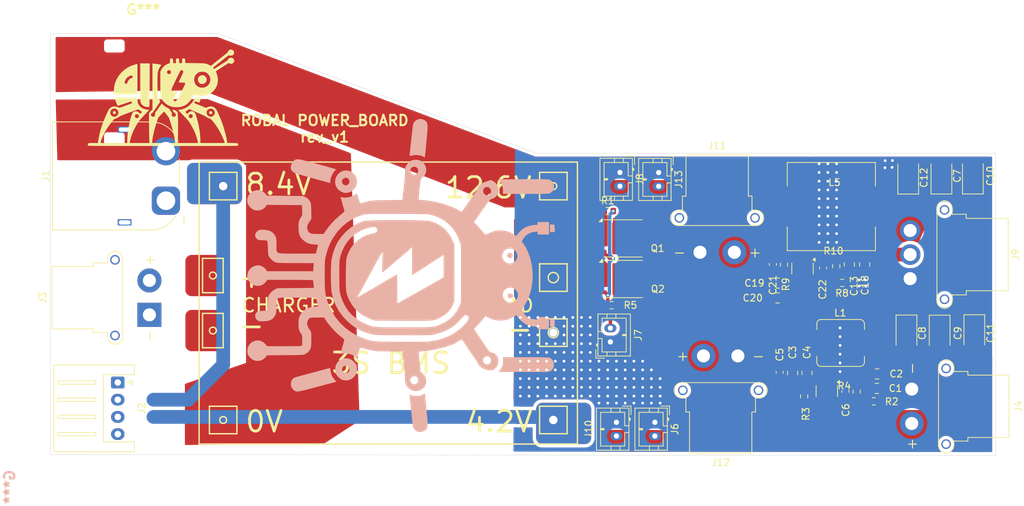
<source format=kicad_pcb>
(kicad_pcb (version 20240108) (generator "pcbnew") (generator_version "8.0")
  (layers (0 "F.Cu" signal) (31 "B.Cu" signal) (34 "B.Paste" user) (35 "F.Paste" user) (36 "B.SilkS" user "B.Silkscreen") (37 "F.SilkS" user "F.Silkscreen") (38 "B.Mask" user) (39 "F.Mask" user) (44 "Edge.Cuts" user))
  (net 0 "")
  (net 1 "GND")
  (net 2 "+3.3V")
  (net 3 "VCC")
  (net 4 "Net-(IC1-VBST)")
  (net 5 "Net-(IC1-VFB)")
  (net 6 "Net-(IC1-EN)")
  (net 7 "Net-(J1-Pin_2)")
  (net 8 "Net-(J3-Pin_1)")
  (net 9 "Net-(J2-Pin_3)")
  (net 10 "Net-(J2-Pin_2)")
  (net 11 "Net-(J1-Pin_1)")
  (net 12 "Net-(J3-Pin_2)")
  (net 13 "+5V")
  (net 16 "Net-(Q1-S)")
  (net 17 "Net-(Q1-G)")
  (net 18 "Net-(J7-Pin_2)")
  (net 19 "Net-(IC2-VBST)")
  (net 20 "Net-(IC2-EN)")
  (net 21 "Net-(IC2-VFB)")
  (net 22 "SW_3")
  (net 23 "SW_5")
  (footprint "Inductor_SMD:L_Bourns_SRP7028A_7.3x6.6mm" (layer "F.Cu") (at 175.3365 94.6335 180)
    (property "Reference" "L1")
    (property "Value" "2.2uH" (hide yes))
  )
  (footprint "Connector_AMASS:AMASS_XT30PW-F_1x02_P2.50mm_Horizontal" (layer "F.Cu") (at 154.892 81.454)
    (property "Reference" "J11")
    (property "Value" "SD_1")
  )
  (footprint "Inductor_SMD:L_SXN_SMDRI125" (layer "F.Cu") (at 173.99 74.806 180)
    (property "Reference" "L5")
    (property "Value" "3.3uH" (hide yes))
  )
  (footprint "Package_TO_SOT_SMD:SOT-23-6" (layer "F.Cu") (at 169.796 83.8175 -90)
    (property "Reference" "IC2" (hide yes))
    (property "Value" "TPS563201DDCR" (hide yes))
  )
  (footprint "Package_DFN_QFN:DFN5X6_AON6403" (layer "F.Cu") (at 143.764 85.344)
    (property "Reference" "Q2")
    (property "Value" "Q_PMOS_GDS")
  )
  (footprint "Package_TO_SOT_SMD:SOT-23-6" (layer "F.Cu") (at 173.3365 101.6335 -90)
    (property "Reference" "IC1" (hide yes))
    (property "Value" "TPS563201DDCR" (hide yes))
  )
  (footprint "Capacitor_Tantalum_SMD:CP_EIA-3528-21_Kemet-B_Pad1.50x2.35mm_HandSolder" (layer "F.Cu") (at 184.912 93.218 -90)
    (property "Reference" "C8")
    (property "Value" "47uF")
  )
  (footprint "Capacitor_SMD:C_0603_1608Metric" (layer "F.Cu") (at 172.796 83.73 -90)
    (property "Reference" "C22")
    (property "Value" "0.1uF" (hide yes))
  )
  (footprint "Capacitor_SMD:C_0603_1608Metric" (layer "F.Cu") (at 166.4785 98.9145 90)
    (property "Reference" "C5")
    (property "Value" "0.1uF" (hide yes))
  )
  (footprint "Capacitor_SMD:C_0603_1608Metric" (layer "F.Cu") (at 176.034251 101.694374 -90)
    (property "Reference" "C6")
    (property "Value" "0.1uF" (hide yes))
  )
  (footprint "Connector_JST:JST_PH_B2B-PH-K_1x02_P2.00mm_Vertical" (layer "F.Cu") (at 141.862326 94.486718 90)
    (property "Reference" "J7")
    (property "Value" "switch")
  )
  (footprint "Capacitor_SMD:C_0805_2012Metric" (layer "F.Cu") (at 168.360356 99.010673 90)
    (property "Reference" "C3")
    (property "Value" "10uF" (hide yes))
  )
  (footprint "Capacitor_Tantalum_SMD:CP_EIA-3528-21_Kemet-B_Pad1.50x2.35mm_HandSolder" (layer "F.Cu") (at 194.772795 93.17292 -90)
    (property "Reference" "C11")
    (property "Value" "47uF")
  )
  (footprint "Resistor_SMD:R_0603_1608Metric" (layer "F.Cu") (at 167.104383 83.256766 90)
    (property "Reference" "R9")
    (property "Value" "10kR" (hide yes))
  )
  (footprint "Capacitor_Tantalum_SMD:CP_EIA-3528-21_Kemet-B_Pad1.50x2.35mm_HandSolder" (layer "F.Cu") (at 185.166 70.358 90)
    (property "Reference" "C12")
    (property "Value" "47uF")
  )
  (footprint "3S_BMS:3S_BMS" (layer "F.Cu") (at 109.574 88.836)
    (property "Reference" "U1")
    (property "Value" "~")
  )
  (footprint "Resistor_SMD:R_0603_1608Metric" (layer "F.Cu") (at 141.456859 75.465502)
    (property "Reference" "R1")
    (property "Value" "10K")
  )
  (footprint "Connector_AMASS:AMASS_XT30PW-F_1x02_P2.50mm_Horizontal" (layer "F.Cu") (at 185.674 101.346 -90)
    (property "Reference" "J4")
    (property "Value" "SENSOR_BOARD")
  )
  (footprint "Capacitor_SMD:C_0805_2012Metric" (layer "F.Cu") (at 178.836324 83.227687 90)
    (property "Reference" "C18")
    (property "Value" "22uF" (hide yes))
  )
  (footprint "Capacitor_Tantalum_SMD:CP_EIA-3528-21_Kemet-B_Pad1.50x2.35mm_HandSolder" (layer "F.Cu") (at 189.738 93.236563 -90)
    (property "Reference" "C9")
    (property "Value" "47uF")
  )
  (footprint "Connector_JST:JST_PH_B2B-PH-K_1x02_P2.00mm_Vertical" (layer "F.Cu") (at 148.886 69.866 -90)
    (property "Reference" "J13")
    (property "Value" "bat_out")
  )
  (footprint "Capacitor_SMD:C_0603_1608Metric" (layer "F.Cu") (at 165.492377 83.211287 -90)
    (property "Reference" "C21")
    (property "Value" "0.1uF" (hide yes))
  )
  (footprint "Capacitor_Tantalum_SMD:CP_EIA-3528-21_Kemet-B_Pad1.50x2.35mm_HandSolder" (layer "F.Cu") (at 194.564 70.339266 90)
    (property "Reference" "C10")
    (property "Value" "47uF")
  )
  (footprint "Connector_AMASS:AMASS_XT60PW-M_1x02_P7.20mm_Horizontal" (layer "F.Cu") (at 77.254 73.958 90)
    (property "Reference" "J1")
    (property "Value" "batt")
  )
  (footprint "Resistor_SMD:R_0603_1608Metric" (layer "F.Cu") (at 142.049 89.154)
    (property "Reference" "R5")
    (property "Value" "1K")
  )
  (footprint "Resistor_SMD:R_0603_1608Metric" (layer "F.Cu") (at 175.564355 85.902888 180)
    (property "Reference" "R8")
    (property "Value" "10kR" (hide yes))
  )
  (footprint "Connector_JST:JST_PH_B2B-PH-K_1x02_P2.00mm_Vertical" (layer "F.Cu") (at 148.336 106.172 -90)
    (property "Reference" "J6")
    (property "Value" "bat_out")
  )
  (footprint "Connector_AMASS:AMASS_XT30PW-F_1x02_P2.50mm_Horizontal" (layer "F.Cu") (at 160.4 96.52 180)
    (property "Reference" "J12")
    (property "Value" "SD_2")
  )
  (footprint "Package_DFN_QFN:DFN5X6_AON6403" (layer "F.Cu") (at 143.7265 79.439)
    (property "Reference" "Q1")
    (property "Value" "Q_PMOS_GDS")
  )
  (footprint "Connector_JST:JST_XH_S4B-XH-A_1x04_P2.50mm_Horizontal" (layer "F.Cu") (at 70.252 100.39 -90)
    (property "Reference" "J2")
    (property "Value" "batt_jst")
  )
  (footprint "Connector_JST:JST_PH_B2B-PH-K_1x02_P2.00mm_Vertical" (layer "F.Cu") (at 142.748 106.172 -90)
    (property "Reference" "J10")
    (property "Value" "bat_indicator")
  )
  (footprint "Capacitor_SMD:C_0805_2012Metric" (layer "F.Cu") (at 176.600205 83.226472 90)
    (property "Reference" "C13")
    (property "Value" "22uF" (hide yes))
  )
  (footprint "Capacitor_SMD:C_0805_2012Metric" (layer "F.Cu") (at 180.60244 101.235482 180)
    (property "Reference" "C1")
    (property "Value" "22uF" (hide yes))
  )
  (footprint "Capacitor_SMD:C_0805_2012Metric" (layer "F.Cu") (at 170.443 98.995307 90)
    (property "Reference" "C4")
    (property "Value" "10uF" (hide yes))
  )
  (footprint "LOGO" (layer "F.Cu") (at 76.962 59.182)
    (property "Reference" "G***")
    (property "Value" "LOGO" (hide yes))
  )
  (footprint "Connector_JST:JST_PH_B2B-PH-K_1x02_P2.00mm_Vertical" (layer "F.Cu") (at 143.256 69.85 -90)
    (property "Reference" "J8")
    (property "Value" "bat_out")
  )
  (footprint "Resistor_SMD:R_0603_1608Metric" (layer "F.Cu") (at 174.700854 83.486497 90)
    (property "Reference" "R10")
    (property "Value" "54.9kR" (hide yes))
  )
  (footprint "Capacitor_SMD:C_0805_2012Metric" (layer "F.Cu") (at 166.178257 88.094977)
    (property "Reference" "C20")
    (property "Value" "10uF" (hide yes))
  )
  (footprint "Connector_AMASS:AMASS_XT30PW-F_1x02_P2.50mm_Horizontal" (layer "F.Cu") (at 74.85 90.55 90)
    (property "Reference" "J3")
    (property "Value" "charger")
  )
  (footprint "Connector_AMASS:AMASS_MR30PW-FB_1x03_P3.50mm_Horizontal" (layer "F.Cu") (at 185.445 85.288 -90)
    (property "Reference" "J9")
    (property "Value" "Conn_01x03_Socket" (hide yes))
  )
  (footprint "Resistor_SMD:R_0603_1608Metric" (layer "F.Cu") (at 170.0345 102.4075 90)
    (property "Reference" "R3")
    (property "Value" "10kR" (hide yes))
  )
  (footprint "Capacitor_SMD:C_0805_2012Metric" (layer "F.Cu") (at 180.637739 99.135168 180)
    (property "Reference" "C2")
    (property "Value" "22uF" (hide yes))
  )
  (footprint "Resistor_SMD:R_0603_1608Metric" (layer "F.Cu") (at 177.675673 101.712024 90)
    (property "Reference" "R4")
    (property "Value" "33.2kR" (hide yes))
  )
  (footprint "Capacitor_SMD:C_0805_2012Metric" (layer "F.Cu") (at 166.204082 85.937654)
    (property "Reference" "C19")
    (property "Value" "10uF" (hide yes))
  )
  (footprint "Resistor_SMD:R_0603_1608Metric" (layer "F.Cu") (at 180.149 103.124 180)
    (property "Reference" "R2")
    (property "Value" "10kR" (hide yes))
  )
  (footprint "Capacitor_Tantalum_SMD:CP_EIA-3528-21_Kemet-B_Pad1.50x2.35mm_HandSolder" (layer "F.Cu") (at 189.992 70.351614 90)
    (property "Reference" "C7")
    (property "Value" "47uF")
  )
  (footprint "LOGO" (layer "B.Cu") (at 111.506 84.836 90)
    (property "Reference" "G***")
    (property "Value" "LOGO" (hide yes))
  )
  (gr_line (start 60.452 49.657) (end 84.836 49.657) (stroke (width 0.05)) (layer "Edge.Cuts"))
  (gr_line (start 197.866 67.056) (end 131.064 67.056) (stroke (width 0.05)) (layer "Edge.Cuts"))
  (gr_line (start 197.866 110.998) (end 60.452 110.871) (stroke (width 0.05)) (layer "Edge.Cuts"))
  (gr_line (start 60.452 110.871) (end 60.452 49.657) (stroke (width 0.05)) (layer "Edge.Cuts"))
  (gr_line (start 84.836 49.657) (end 131.064 67.056) (stroke (width 0.05)) (layer "Edge.Cuts"))
  (gr_line (start 197.866 110.998) (end 197.866 67.056) (stroke (width 0.05)) (layer "Edge.Cuts"))
  (gr_text "ROBAL POWER_BOARD\nrev_v1" (at 100.33 63.5 0) (layer "F.SilkS") (effects (font (size 1.5 1.5) (thickness 0.3) (bold yes))))
  (segment (start 167.154082 85.937654) (end 167.154082 85.647992) (width 0.5) (layer "F.Cu") (net 1))
  (segment (start 167.154082 85.647992) (end 165.492377 83.986287) (width 0.5) (layer "F.Cu") (net 1))
  (via (at 132.588 96.012) (size 0.8) (drill 0.4) (layers "F.Cu" "B.Cu") (net 1))
  (via (at 137.668 101.092) (size 0.8) (drill 0.4) (layers "F.Cu" "B.Cu") (net 1))
  (via (at 142.748 101.092) (size 0.8) (drill 0.4) (layers "F.Cu" "B.Cu") (net 1))
  (via (at 140.208 99.822) (size 0.8) (drill 0.4) (layers "F.Cu" "B.Cu") (net 1))
  (via (at 133.858 102.362) (size 0.8) (drill 0.4) (layers "F.Cu" "B.Cu") (net 1))
  (via (at 173.482 69.85) (size 0.8) (drill 0.4) (layers "F.Cu" "B.Cu") (net 1))
  (via (at 149.098 101.092) (size 0.8) (drill 0.4) (layers "F.Cu" "B.Cu") (net 1))
  (via (at 138.938 96.012) (size 0.8) (drill 0.4) (layers "F.Cu" "B.Cu") (net 1))
  (via (at 178.984215 86.395695) (size 0.8) (drill 0.4) (layers "F.Cu" "B.Cu") (net 1))
  (via (at 140.208 103.378) (size 0.8) (drill 0.4) (layers "F.Cu" "B.Cu") (net 1))
  (via (at 137.668 94.742) (size 0.8) (drill 0.4) (layers "F.Cu" "B.Cu") (net 1))
  (via (at 172.212 69.85) (size 0.8) (drill 0.4) (layers "F.Cu" "B.Cu") (net 1))
  (via (at 173.482 78.74) (size 0.8) (drill 0.4) (layers "F.Cu" "B.Cu") (net 1))
  (via (at 174.752 69.85) (size 0.8) (drill 0.4) (layers "F.Cu" "B.Cu") (net 1))
  (via (at 128.778 92.202) (size 0.8) (drill 0.4) (layers "F.Cu" "B.Cu") (net 1))
  (via (at 131.318 97.282) (size 0.8) (drill 0.4) (layers "F.Cu" "B.Cu") (net 1))
  (via (at 146.558 99.822) (size 0.8) (drill 0.4) (layers "F.Cu" "B.Cu") (net 1))
  (via (at 135.128 102.362) (size 0.8) (drill 0.4) (layers "F.Cu" "B.Cu") (net 1))
  (via (at 147.828 101.092) (size 0.8) (drill 0.4) (layers "F.Cu" "B.Cu") (net 1))
  (via (at 173.482 74.93) (size 0.8) (drill 0.4) (layers "F.Cu" "B.Cu") (net 1))
  (via (at 131.318 102.362) (size 0.8) (drill 0.4) (layers "F.Cu" "B.Cu") (net 1))
  (via (at 146.558 97.282) (size 0.8) (drill 0.4) (layers "F.Cu" "B.Cu") (net 1))
  (via (at 132.588 99.822) (size 0.8) (drill 0.4) (layers "F.Cu" "B.Cu") (net 1))
  (via (at 145.288 97.282) (size 0.8) (drill 0.4) (layers "F.Cu" "B.Cu") (net 1))
  (via (at 133.858 90.932) (size 0.8) (drill 0.4) (layers "F.Cu" "B.Cu") (net 1))
  (via (at 144.018 98.552) (size 0.8) (drill 0.4) (layers "F.Cu" "B.Cu") (net 1))
  (via (at 149.098 103.378) (size 0.8) (drill 0.4) (layers "F.Cu" "B.Cu") (net 1))
  (via (at 142.748 99.822) (size 0.8) (drill 0.4) (layers "F.Cu" "B.Cu") (net 1))
  (via (at 172.212 78.74) (size 0.8) (drill 0.4) (layers "F.Cu" "B.Cu") (net 1))
  (via (at 138.938 92.202) (size 0.8) (drill 0.4) (layers "F.Cu" "B.Cu") (net 1))
  (via (at 137.668 92.202) (size 0.8) (drill 0.4) (layers "F.Cu" "B.Cu") (net 1))
  (via (at 132.588 94.742) (size 0.8) (drill 0.4) (layers "F.Cu" "B.Cu") (net 1))
  (via (at 140.208 98.552) (size 0.8) (drill 0.4) (layers "F.Cu" "B.Cu") (net 1))
  (via (at 141.478 98.552) (size 0.8) (drill 0.4) (layers "F.Cu" "B.Cu") (net 1))
  (via (at 135.128 96.012) (size 0.8) (drill 0.4) (layers "F.Cu" "B.Cu") (net 1))
  (via (at 131.318 99.822) (size 0.8) (drill 0.4) (layers "F.Cu" "B.Cu") (net 1))
  (via (at 174.752 71.12) (size 0.8) (drill 0.4) (layers "F.Cu" "B.Cu") (net 1))
  (via (at 175.26 94.996) (size 0.8) (drill 0.4) (layers "F.Cu" "B.Cu") (net 1))
  (via (at 136.398 101.092) (size 0.8) (drill 0.4) (layers "F.Cu" "B.Cu") (net 1))
  (via (at 138.938 98.552) (size 0.8) (drill 0.4) (layers "F.Cu" "B.Cu") (net 1))
  (via (at 131.318 93.472) (size 0.8) (drill 0.4) (layers "F.Cu" "B.Cu") (net 1))
  (via (at 174.752 80.01) (size 0.8) (drill 0.4) (layers "F.Cu" "B.Cu") (net 1))
  (via (at 174.752 78.74) (size 0.8) (drill 0.4) (layers "F.Cu" "B.Cu") (net 1))
  (via (at 173.482 68.58) (size 0.8) (drill 0.4) (layers "F.Cu" "B.Cu") (net 1))
  (via (at 133.858 101.092) (size 0.8) (drill 0.4) (layers "F.Cu" "B.Cu") (net 1))
  (via (at 172.212 71.12) (size 0.8) (drill 0.4) (layers "F.Cu" "B.Cu") (net 1))
  (via (at 136.398 102.362) (size 0.8) (drill 0.4) (layers "F.Cu" "B.Cu") (net 1))
  (via (at 175.26 97.536) (size 0.8) (drill 0.4) (layers "F.Cu" "B.Cu") (net 1))
  (via (at 141.478 101.092) (size 0.8) (drill 0.4) (layers "F.Cu" "B.Cu") (net 1))
  (via (at 136.398 96.012) (size 0.8) (drill 0.4) (layers "F.Cu" "B.Cu") (net 1))
  (via (at 182.863944 68.110267) (size 0.8) (drill 0.4) (layers "F.Cu" "B.Cu") (net 1))
  (via (at 132.588 101.092) (size 0.8) (drill 0.4) (layers "F.Cu" "B.Cu") (net 1))
  (via (at 146.558 103.378) (size 0.8) (drill 0.4) (layers "F.Cu" "B.Cu") (net 1))
  (via (at 137.668 97.282) (size 0.8) (drill 0.4) (layers "F.Cu" "B.Cu") (net 1))
  (via (at 128.778 93.472) (size 0.8) (drill 0.4) (layers "F.Cu" "B.Cu") (net 1))
  (via (at 133.858 96.012) (size 0.8) (drill 0.4) (layers "F.Cu" "B.Cu") (net 1))
  (via (at 137.668 99.822) (size 0.8) (drill 0.4) (layers "F.Cu" "B.Cu") (net 1))
  (via (at 173.482 73.66) (size 0.8) (drill 0.4) (layers "F.Cu" "B.Cu") (net 1))
  (via (at 135.128 90.932) (size 0.8) (drill 0.4) (layers "F.Cu" "B.Cu") (net 1))
  (via (at 142.748 102.362) (size 0.8) (drill 0.4) (layers "F.Cu" "B.Cu") (net 1))
  (via (at 130.048 101.092) (size 0.8) (drill 0.4) (layers "F.Cu" "B.Cu") (net 1))
  (via (at 173.482 80.01) (size 0.8) (drill 0.4) (layers "F.Cu" "B.Cu") (net 1))
  (via (at 149.098 102.362) (size 0.8) (drill 0.4) (layers "F.Cu" "B.Cu") (net 1))
  (via (at 174.752 73.66) (size 0.8) (drill 0.4) (layers "F.Cu" "B.Cu") (net 1))
  (via (at 133.858 99.822) (size 0.8) (drill 0.4) (layers "F.Cu" "B.Cu") (net 1))
  (via (at 142.748 97.282) (size 0.8) (drill 0.4) (layers "F.Cu" "B.Cu") (net 1))
  (via (at 147.828 103.378) (size 0.8) (drill 0.4) (layers "F.Cu" "B.Cu") (net 1))
  (via (at 173.482 71.12) (size 0.8) (drill 0.4) (layers "F.Cu" "B.Cu") (net 1))
  (via (at 172.212 68.58) (size 0.8) (drill 0.4) (layers "F.Cu" "B.Cu") (net 1))
  (via (at 136.398 94.742) (size 0.8) (drill 0.4) (layers "F.Cu" "B.Cu") (net 1))
  (via (at 145.288 98.552) (size 0.8) (drill 0.4) (layers "F.Cu" "B.Cu") (net 1))
  (via (at 128.778 94.742) (size 0.8) (drill 0.4) (layers "F.Cu" "B.Cu") (net 1))
  (via (at 178.041494 85.480036) (size 0.8) (drill 0.4) (layers "F.Cu" "B.Cu") (net 1))
  (via (at 140.208 97.282) (size 0.8) (drill 0.4) (layers "F.Cu" "B.Cu") (net 1))
  (via (at 144.018 103.378) (size 0.8) (drill 0.4) (layers "F.Cu" "B.Cu") (net 1))
  (via (at 133.858 97.282) (size 0.8) (drill 0.4) (layers "F.Cu" "B.Cu") (net 1))
  (via (at 172.212 74.93) (size 0.8) (drill 0.4) (layers "F.Cu" "B.Cu") (net 1))
  (via (at 135.128 93.472) (size 0.8) (drill 0.4) (layers "F.Cu" "B.Cu") (net 1))
  (via (at 130.048 98.552) (size 0.8) (drill 0.4) (layers "F.Cu" "B.Cu") (net 1))
  (via (at 144.018 102.362) (size 0.8) (drill 0.4) (layers "F.Cu" "B.Cu") (net 1))
  (via (at 144.018 101.092) (size 0.8) (drill 0.4) (layers "F.Cu" "B.Cu") (net 1))
  (via (at 136.398 98.552) (size 0.8) (drill 0.4) (layers "F.Cu" "B.Cu") (net 1))
  (via (at 137.668 90.932) (size 0.8) (drill 0.4) (layers "F.Cu" "B.Cu") (net 1))
  (via (at 175.26 96.266) (size 0.8) (drill 0.4) (layers "F.Cu" "B.Cu") (net 1))
  (via (at 175.26 98.806) (size 0.8) (drill 0.4) (layers "F.Cu" "B.Cu") (net 1))
  (via (at 147.828 102.362) (size 0.8) (drill 0.4) (layers "F.Cu" "B.Cu") (net 1))
  (via (at 146.558 102.362) (size 0.8) (drill 0.4) (layers "F.Cu" "B.Cu") (net 1))
  (via (at 136.398 93.472) (size 0.8) (drill 0.4) (layers "F.Cu" "B.Cu") (net 1))
  (via (at 182.823494 69.108029) (size 0.8) (drill 0.4) (layers "F.Cu" "B.Cu") (net 1))
  (via (at 138.938 90.932) (size 0.8) (drill 0.4) (layers "F.Cu" "B.Cu") (net 1))
  (via (at 130.048 97.282) (size 0.8) (drill 0.4) (layers "F.Cu" "B.Cu") (net 1))
  (via (at 130.048 94.742) (size 0.8) (drill 0.4) (layers "F.Cu" "B.Cu") (net 1))
  (via (at 135.128 98.552) (size 0.8) (drill 0.4) (layers "F.Cu" "B.Cu") (net 1))
  (via (at 146.558 101.092) (size 0.8) (drill 0.4) (layers "F.Cu" "B.Cu") (net 1))
  (via (at 138.938 93.472) (size 0.8) (drill 0.4) (layers "F.Cu" "B.Cu") (net 1))
  (via (at 142.748 103.378) (size 0.8) (drill 0.4) (layers "F.Cu" "B.Cu") (net 1))
  (via (at 137.668 98.552) (size 0.8) (drill 0.4) (layers "F.Cu" "B.Cu") (net 1))
  (via (at 135.128 94.742) (size 0.8) (drill 0.4) (layers "F.Cu" "B.Cu") (net 1))
  (via (at 144.018 97.282) (size 0.8) (drill 0.4) (layers "F.Cu" "B.Cu") (net 1))
  (via (at 136.398 99.822) (size 0.8) (drill 0.4) (layers "F.Cu" "B.Cu") (net 1))
  (via (at 174.752 74.93) (size 0.8) (drill 0.4) (layers "F.Cu" "B.Cu") (net 1))
  (via (at 138.938 94.742) (size 0.8) (drill 0.4) (layers "F.Cu" "B.Cu") (net 1))
  (via (at 128.778 96.012) (size 0.8) (drill 0.4) (layers "F.Cu" "B.Cu") (net 1))
  (via (at 174.752 72.39) (size 0.8) (drill 0.4) (layers "F.Cu" "B.Cu") (net 1))
  (via (at 137.668 96.012) (size 0.8) (drill 0.4) (layers "F.Cu" "B.Cu") (net 1))
  (via (at 178.054 86.36) (size 0.8) (drill 0.4) (layers "F.Cu" "B.Cu") (net 1))
  (via (at 173.482 72.39) (size 0.8) (drill 0.4) (layers "F.Cu" "B.Cu") (net 1))
  (via (at 172.212 80.01) (size 0.8) (drill 0.4) (layers "F.Cu" "B.Cu") (net 1))
  (via (at 135.128 92.202) (size 0.8) (drill 0.4) (layers "F.Cu" "B.Cu") (net 1))
  (via (at 128.778 97.282) (size 0.8) (drill 0.4) (layers "F.Cu" "B.Cu") (net 1))
  (via (at 131.318 92.202) (size 0.8) (drill 0.4) (layers "F.Cu" "B.Cu") (net 1))
  (via (at 145.288 102.362) (size 0.8) (drill 0.4) (layers "F.Cu" "B.Cu") (net 1))
  (via (at 133.858 98.552) (size 0.8) (drill 0.4) (layers "F.Cu" "B.Cu") (net 1))
  (via (at 136.398 90.932) (size 0.8) (drill 0.4) (layers "F.Cu" "B.Cu") (net 1))
  (via (at 130.048 102.362) (size 0.8) (drill 0.4) (layers "F.Cu" "B.Cu") (net 1))
  (via (at 174.752 77.47) (size 0.8) (drill 0.4) (layers "F.Cu" "B.Cu") (net 1))
  (via (at 144.018 99.822) (size 0.8) (drill 0.4) (layers "F.Cu" "B.Cu") (net 1))
  (via (at 147.828 98.552) (size 0.8) (drill 0.4) (layers "F.Cu" "B.Cu") (net 1))
  (via (at 135.128 97.282) (size 0.8) (drill 0.4) (layers "F.Cu" "B.Cu") (net 1))
  (via (at 130.048 92.202) (size 0.8) (drill 0.4) (layers "F.Cu" "B.Cu") (net 1))
  (via (at 136.398 97.282) (size 0.8) (drill 0.4) (layers "F.Cu" "B.Cu") (net 1))
  (via (at 131.318 101.092) (size 0.8) (drill 0.4) (layers "F.Cu" "B.Cu") (net 1))
  (via (at 138.938 97.282) (size 0.8) (drill 0.4) (layers "F.Cu" "B.Cu") (net 1))
  (via (at 128.778 102.362) (size 0.8) (drill 0.4) (layers "F.Cu" "B.Cu") (net 1))
  (via (at 128.778 90.932) (size 0.8) (drill 0.4) (layers "F.Cu" "B.Cu") (net 1))
  (via (at 147.828 99.822) (size 0.8) (drill 0.4) (layers "F.Cu" "B.Cu") (net 1))
  (via (at 135.128 99.822) (size 0.8) (drill 0.4) (layers "F.Cu" "B.Cu") (net 1))
  (via (at 173.482 76.2) (size 0.8) (drill 0.4) (layers "F.Cu" "B.Cu") (net 1))
  (via (at 141.478 99.822) (size 0.8) (drill 0.4) (layers "F.Cu" "B.Cu") (net 1))
  (via (at 131.318 94.742) (size 0.8) (drill 0.4) (layers "F.Cu" "B.Cu") (net 1))
  (via (at 172.212 73.66) (size 0.8) (drill 0.4) (layers "F.Cu" "B.Cu") (net 1))
  (via (at 137.668 93.472) (size 0.8) (drill 0.4) (layers "F.Cu" "B.Cu") (net 1))
  (via (at 172.212 72.39) (size 0.8) (drill 0.4) (layers "F.Cu" "B.Cu") (net 1))
  (via (at 173.482 77.47) (size 0.8) (drill 0.4) (layers "F.Cu" "B.Cu") (net 1))
  (via (at 131.318 98.552) (size 0.8) (drill 0.4) (layers "F.Cu" "B.Cu") (net 1))
  (via (at 181.785282 69.161962) (size 0.8) (drill 0.4) (layers "F.Cu" "B.Cu") (net 1))
  (via (at 141.478 103.378) (size 0.8) (drill 0.4) (layers "F.Cu" "B.Cu") (net 1))
  (via (at 132.588 98.552) (size 0.8) (drill 0.4) (layers "F.Cu" "B.Cu") (net 1))
  (via (at 130.048 93.472) (size 0.8) (drill 0.4) (layers "F.Cu" "B.Cu") (net 1))
  (via (at 128.778 99.822) (size 0.8) (drill 0.4) (layers "F.Cu" "B.Cu") (net 1))
  (via (at 137.668 102.362) (size 0.8) (drill 0.4) (layers "F.Cu" "B.Cu") (net 1))
  (via (at 138.938 102.362) (size 0.8) (drill 0.4) (layers "F.Cu" "B.Cu") (net 1))
  (via (at 145.288 103.378) (size 0.8) (drill 0.4) (layers "F.Cu" "B.Cu") (net 1))
  (via (at 132.588 97.282) (size 0.8) (drill 0.4) (layers "F.Cu" "B.Cu") (net 1))
  (via (at 140.208 102.362) (size 0.8) (drill 0.4) (layers "F.Cu" "B.Cu") (net 1))
  (via (at 178.930282 85.469843) (size 0.8) (drill 0.4) (layers "F.Cu" "B.Cu") (net 1))
  (via (at 133.858 94.742) (size 0.8) (drill 0.4) (layers "F.Cu" "B.Cu") (net 1))
  (via (at 172.212 77.47) (size 0.8) (drill 0.4) (layers "F.Cu" "B.Cu") (net 1))
  (via (at 132.588 102.362) (size 0.8) (drill 0.4) (layers "F.Cu" "B.Cu") (net 1))
  (via (at 174.752 76.2) (size 0.8) (drill 0.4) (layers "F.Cu" "B.Cu") (net 1))
  (via (at 132.588 90.932) (size 0.8) (drill 0.4) (layers "F.Cu" "B.Cu") (net 1))
  (via (at 131.318 96.012) (size 0.8) (drill 0.4) (layers "F.Cu" "B.Cu") (net 1))
  (via (at 128.778 101.092) (size 0.8) (drill 0.4) (layers "F.Cu" "B.Cu") (net 1))
  (via (at 145.288 101.092) (size 0.8) (drill 0.4) (layers "F.Cu" "B.Cu") (net 1))
  (via (at 128.778 98.552) (size 0.8) (drill 0.4) (layers "F.Cu" "B.Cu") (net 1))
  (via (at 172.212 76.2) (size 0.8) (drill 0.4) (layers "F.Cu" "B.Cu") (net 1))
  (via (at 141.478 102.362) (size 0.8) (drill 0.4) (layers "F.Cu" "B.Cu") (net 1))
  (via (at 181.812249 68.137234) (size 0.8) (drill 0.4) (layers "F.Cu" "B.Cu") (net 1))
  (via (at 138.938 101.092) (size 0.8) (drill 0.4) (layers "F.Cu" "B.Cu") (net 1))
  (via (at 142.748 98.552) (size 0.8) (drill 0.4) (layers "F.Cu" "B.Cu") (net 1))
  (via (at 135.128 101.092) (size 0.8) (drill 0.4) (layers "F.Cu" "B.Cu") (net 1))
  (via (at 130.048 96.012) (size 0.8) (drill 0.4) (layers "F.Cu" "B.Cu") (net 1))
  (via (at 130.048 90.932) (size 0.8) (drill 0.4) (layers "F.Cu" "B.Cu") (net 1))
  (via (at 138.938 99.822) (size 0.8) (drill 0.4) (layers "F.Cu" "B.Cu") (net 1))
  (via (at 175.26 93.726) (size 0.8) (drill 0.4) (layers "F.Cu" "B.Cu") (net 1))
  (via (at 175.26 92.456) (size 0.8) (drill 0.4) (layers "F.Cu" "B.Cu") (net 1))
  (via (at 130.048 99.822) (size 0.8) (drill 0.4) (layers "F.Cu" "B.Cu") (net 1))
  (via (at 174.752 68.58) (size 0.8) (drill 0.4) (layers "F.Cu" "B.Cu") (net 1))
  (via (at 131.318 90.932) (size 0.8) (drill 0.4) (layers "F.Cu" "B.Cu") (net 1))
  (via (at 141.478 97.282) (size 0.8) (drill 0.4) (layers "F.Cu" "B.Cu") (net 1))
  (via (at 146.558 98.552) (size 0.8) (drill 0.4) (layers "F.Cu" "B.Cu") (net 1))
  (via (at 149.098 99.822) (size 0.8) (drill 0.4) (layers "F.Cu" "B.Cu") (net 1))
  (via (at 136.398 92.202) (size 0.8) (drill 0.4) (layers "F.Cu" "B.Cu") (net 1))
  (via (at 145.288 99.822) (size 0.8) (drill 0.4) (layers "F.Cu" "B.Cu") (net 1))
  (via (at 140.208 101.092) (size 0.8) (drill 0.4) (layers "F.Cu" "B.Cu") (net 1))
  (segment (start 181.356 91.339) (end 181.61 91.593) (width 2) (layer "F.Cu") (net 2))
  (segment (start 194.772795 91.54792) (end 189.801643 91.54792) (width 2) (layer "F.Cu") (net 2))
  (segment (start 183.32368 81.788) (end 181.356 83.75568) (width 2) (layer "F.Cu") (net 2))
  (segment (start 181.356 91.339) (end 178.0615 94.6335) (width 2) (layer "F.Cu") (net 2))
  (segment (start 181.61 91.593) (end 184.912 91.593) (width 2) (layer "F.Cu") (net 2))
  (segment (start 184.930563 91.611563) (end 184.912 91.593) (width 2) (layer "F.Cu") (net 2))
  (segment (start 189.738 91.611563) (end 184.930563 91.611563) (width 2) (layer "F.Cu") (net 2))
  (segment (start 178.0615 94.9085) (end 178.0615 94.6335) (width 2) (layer "F.Cu") (net 2))
  (segment (start 189.801643 91.54792) (end 189.738 91.611563) (width 2) (layer "F.Cu") (net 2))
  (segment (start 181.356 83.75568) (end 181.356 91.339) (width 2) (layer "F.Cu") (net 2))
  (segment (start 185.445 81.788) (end 183.32368 81.788) (width 2) (layer "F.Cu") (net 2))
  (segment (start 176.034251 102.469374) (end 174.588126 102.469374) (width 0.4) (layer "F.Cu") (net 4))
  (segment (start 174.588126 102.469374) (end 174.2865 102.771) (width 0.4) (layer "F.Cu") (net 4))
  (segment (start 177.182734 103.8835) (end 177.675673 103.390561) (width 0.4) (layer "F.Cu") (net 5))
  (segment (start 177.675673 103.390561) (end 177.675673 102.537024) (width 0.4) (layer "F.Cu") (net 5))
  (segment (start 178.262649 103.124) (end 179.324 103.124) (width 0.4) (layer "F.Cu") (net 5))
  (segment (start 177.675673 102.537024) (end 178.262649 103.124) (width 0.4) (layer "F.Cu") (net 5))
  (segment (start 172.3865 102.771) (end 172.3865 103.433499) (width 0.4) (layer "F.Cu") (net 5))
  (segment (start 172.836501 103.8835) (end 177.182734 103.8835) (width 0.4) (layer "F.Cu") (net 5))
  (segment (start 172.3865 103.433499) (end 172.836501 103.8835) (width 0.4) (layer "F.Cu") (net 5))
  (segment (start 170.0345 103.2325) (end 171.6085 101.6585) (width 0.5) (layer "F.Cu") (net 6))
  (segment (start 173.3365 102.205816) (end 173.3365 102.771) (width 0.5) (layer "F.Cu") (net 6))
  (segment (start 171.6085 101.6585) (end 172.789184 101.6585) (width 0.5) (layer "F.Cu") (net 6))
  (segment (start 172.789184 101.6585) (end 173.3365 102.205816) (width 0.5) (layer "F.Cu") (net 6))
  (segment (start 128.504 105.39) (end 128.524 105.41) (width 2) (layer "B.Cu") (net 9))
  (segment (start 128.524 105.41) (end 129.509969 105.41) (width 2) (layer "B.Cu") (net 9))
  (segment (start 129.509969 105.41) (end 129.523003 105.423034) (width 2) (layer "B.Cu") (net 9))
  (segment (start 129.509969 105.41) (end 133.148 105.41) (width 2) (layer "B.Cu") (net 9))
  (segment (start 133.148 105.41) (end 133.574 105.836) (width 2) (layer "B.Cu") (net 9))
  (segment (start 75.438 105.39) (end 128.504 105.39) (width 2) (layer "B.Cu") (net 9))
  (segment (start 75.438 102.89) (end 80.498 102.89) (width 2) (layer "B.Cu") (net 10))
  (segment (start 80.498 102.89) (end 85.574 97.814) (width 2) (layer "B.Cu") (net 10))
  (segment (start 85.574 97.814) (end 85.574 71.836) (width 2) (layer "B.Cu") (net 10))
  (segment (start 141.499036 87.703556) (end 141.04448 87.249) (width 0.5) (layer "F.Cu") (net 17))
  (segment (start 141.499036 88.878964) (end 141.224 89.154) (width 0.5) (layer "F.Cu") (net 17))
  (segment (start 142.24 82.346647) (end 141.766647 82.346647) (width 0.5) (layer "F.Cu") (net 17))
  (segment (start 141.766647 82.346647) (end 140.764 81.344) (width 0.5) (layer "F.Cu") (net 17))
  (segment (start 141.04448 87.249) (end 140.8015 87.249) (width 0.5) (layer "F.Cu") (net 17))
  (segment (start 141.499036 87.703556) (end 141.499036 88.878964) (width 0.5) (layer "F.Cu") (net 17))
  (via (at 142.24 82.346647) (size 0.6) (drill 0.3) (layers "F.Cu" "B.Cu") (net 17))
  (via (at 142.281859 75.465502) (size 0.6) (drill 0.3) (layers "F.Cu" "B.Cu") (net 17))
  (via (at 141.499036 87.703556) (size 0.6) (drill 0.3) (layers "F.Cu" "B.Cu") (net 17))
  (segment (start 141.72674 82.859907) (end 141.72674 87.475852) (width 0.5) (layer "B.Cu") (net 17))
  (segment (start 141.764 75.983361) (end 142.281859 75.465502) (width 0.5) (layer "B.Cu") (net 17))
  (segment (start 142.24 82.346647) (end 141.764 81.870647) (width 0.5) (layer "B.Cu") (net 17))
  (segment (start 142.24 82.346647) (end 141.72674 82.859907) (width 0.5) (layer "B.Cu") (net 17))
  (segment (start 141.764 81.870647) (end 141.764 75.983361) (width 0.5) (layer "B.Cu") (net 17))
  (segment (start 141.72674 87.475852) (end 141.499036 87.703556) (width 0.5) (layer "B.Cu") (net 17))
  (segment (start 141.862326 90.801674) (end 141.862326 92.486718) (width 0.5) (layer "F.Cu") (net 18))
  (segment (start 142.874 89.154) (end 142.874 89.79) (width 0.5) (layer "F.Cu") (net 18))
  (segment (start 142.874 89.79) (end 141.862326 90.801674) (width 0.5) (layer "F.Cu") (net 18))
  (segment (start 171.246 84.455) (end 172.746 84.455) (width 0.4) (layer "F.Cu") (net 19))
  (segment (start 170.746 84.955) (end 171.246 84.455) (width 0.4) (layer "F.Cu") (net 19))
  (segment (start 172.746 84.455) (end 172.796 84.505) (width 0.4) (layer "F.Cu") (net 19))
  (segment (start 169.077974 83.7425) (end 167.9715 83.7425) (width 0.4) (layer "F.Cu") (net 20))
  (segment (start 169.796 84.955) (end 169.796 84.460526) (width 0.4) (layer "F.Cu") (net 20))
  (segment (start 169.796 84.460526) (end 169.077974 83.7425) (width 0.4) (layer "F.Cu") (net 20))
  (segment (start 167.9715 83.7425) (end 167.632234 84.081766) (width 0.4) (layer "F.Cu") (net 20))
  (segment (start 167.632234 84.081766) (end 167.104383 84.081766) (width 0.4) (layer "F.Cu") (net 20))
  (segment (start 174.739355 85.902888) (end 174.739355 85.670355) (width 0.4) (layer "F.Cu") (net 21))
  (segment (start 169.246001 86.0175) (end 174.624743 86.0175) (width 0.4) (layer "F.Cu") (net 21))
  (segment (start 174.624743 86.0175) (end 174.739355 85.902888) (width 0.4) (layer "F.Cu") (net 21))
  (segment (start 174.71626 84.326903) (end 174.700854 84.311497) (width 0.4) (layer "F.Cu") (net 21))
  (segment (start 174.739355 85.670355) (end 174.700854 85.631854) (width 0.4) (layer "F.Cu") (net 21))
  (segment (start 168.846 84.955) (end 168.846 85.617499) (width 0.4) (layer "F.Cu") (net 21))
  (segment (start 168.846 85.617499) (end 169.246001 86.0175) (width 0.4) (layer "F.Cu") (net 21))
  (segment (start 174.700854 85.631854) (end 174.700854 84.311497) (width 0.4) (layer "F.Cu") (net 21))
  (segment (start 173.3365 100.496) (end 173.3365 95.3585) (width 0.5) (layer "F.Cu") (net 22))
  (segment (start 176.034251 100.919374) (end 175.345125 101.6085) (width 0.5) (layer "F.Cu") (net 22))
  (segment (start 173.3365 101.158499) (end 173.3365 100.496) (width 0.5) (layer "F.Cu") (net 22))
  (segment (start 173.3365 95.3585) (end 172.6115 94.6335) (width 0.5) (layer "F.Cu") (net 22))
  (segment (start 175.345125 101.6085) (end 173.786501 101.6085) (width 0.5) (layer "F.Cu") (net 22))
  (segment (start 173.786501 101.6085) (end 173.3365 101.158499) (width 0.5) (layer "F.Cu") (net 22))
  (segment (start 169.04 74.806) (end 169.796 75.562) (width 0.4) (layer "F.Cu") (net 23))
  (segment (start 171.896 83.855) (end 170.396 83.855) (width 0.4) (layer "F.Cu") (net 23))
  (segment (start 169.796 75.562) (end 169.796 82.68) (width 0.4) (layer "F.Cu") (net 23))
  (segment (start 169.035146 74.810854) (end 169.04 74.806) (width 0.4) (layer "F.Cu") (net 23))
  (segment (start 170.396 83.855) (end 169.796 83.255) (width 0.4) (layer "F.Cu") (net 23))
  (segment (start 172.796 82.955) (end 171.896 83.855) (width 0.4) (layer "F.Cu") (net 23))
  (segment (start 169.796 83.255) (end 169.796 82.68) (width 0.4) (layer "F.Cu") (net 23))
  (zone (net 1) (net_name "GND") (layer "F.Cu") (priority 4) (connect_pads yes (clearance 0.5)) (min_thickness 0.25) (fill yes (thermal_gap 0.5) (thermal_bridge_width 0.5))
    (polygon (pts (xy 173.990243 101.150151) (xy 174.27121 99.100693) (xy 174.244 90.678) (xy 176.276 90.678) (xy 176.338515 97.738882) (xy 176.1305 98.9145) (xy 175.6225 99.6765) (xy 175.268873 101.159007) (xy 173.990124 101.152099) (xy 173.989773 101.150345)))
  )
  (zone (net 1) (net_name "GND") (layer "F.Cu") (priority 7) (connect_pads yes (clearance 0.5)) (min_thickness 0.25) (fill yes (thermal_gap 0.5) (thermal_bridge_width 0.5))
    (polygon (pts (xy 180.086 83.566) (xy 175.514 83.566) (xy 175.514 86.868) (xy 168.656 86.868) (xy 167.894 85.09) (xy 166.37 85.09) (xy 166.37 89.408) (xy 165.608 98.806) (xy 171.45 98.806) (xy 171.45 97.536) (xy 170.434 96.266) (xy 170.434 91.948) (xy 170.942 91.44) (xy 179.324 91.44) (xy 180.086 90.678)))
  )
  (zone (net 22) (net_name "SW_3") (layer "F.Cu") (priority 2) (connect_pads yes (clearance 0.5)) (min_thickness 0.25) (fill yes (thermal_gap 0.5) (thermal_bridge_width 0.5))
    (polygon (pts (xy 171.141379 95.867078) (xy 173.041945 98.8505) (xy 173.650491 98.857928) (xy 174.072917 96.012)))
  )
  (zone (net 1) (net_name "GND") (layer "F.Cu") (priority 6) (connect_pads yes (clearance 0.5)) (min_thickness 0.25) (fill yes (thermal_gap 0.5) (thermal_bridge_width 0.5))
    (polygon (pts (xy 196.85 96.266) (xy 196.85 93.218) (xy 181.61 93.218) (xy 180.848 94.234) (xy 180.848 103.886) (xy 188.214 103.886)))
  )
  (zone (net 16) (net_name "Net-(Q1-S)") (layer "F.Cu") (priority 10) (connect_pads yes (clearance 0.5)) (min_thickness 0.25) (fill yes (thermal_gap 0.5) (thermal_bridge_width 0.5))
    (polygon (pts (xy 127.8575 89.124) (xy 127.8575 76.632) (xy 138.938 76.454) (xy 139.954 74.676) (xy 141.478 74.676) (xy 141.478 89.124)))
  )
  (zone (net 1) (net_name "GND") (layer "F.Cu") (priority 8) (connect_pads yes (clearance 0.5)) (min_thickness 0.25) (fill yes (thermal_gap 0.5) (thermal_bridge_width 0.5))
    (polygon (pts (xy 128.016 89.916) (xy 127.762 102.87) (xy 139.7 102.87) (xy 139.7 106.68) (xy 150.139068 106.814393) (xy 150.258204 99.396536) (xy 142.748 93.472) (xy 140.012554 93.193238) (xy 139.297741 89.857445) (xy 129.794 89.916)))
  )
  (zone (net 13) (net_name "+5V") (layer "F.Cu") (priority 2) (connect_pads yes (clearance 0.5)) (min_thickness 0.25) (fill yes (thermal_gap 0.5) (thermal_bridge_width 0.5) (smoothing fillet))
    (polygon (pts (xy 173.736 83.312) (xy 179.324 83.312) (xy 182.88 80.01) (xy 186.69 80.01) (xy 189.484 73.66) (xy 196.088 73.66) (xy 196.088 70.358) (xy 176.784 70.358) (xy 176.784 80.01) (xy 173.736 82.042)))
  )
  (zone (net 3) (net_name "VCC") (layer "F.Cu") (connect_pads yes (clearance 0.5)) (min_thickness 0.25) (fill yes (thermal_gap 0.5) (thermal_bridge_width 0.5))
    (polygon (pts (xy 198.12 111.252) (xy 198.12 64.77) (xy 140.462 65.532) (xy 140.462 73.914) (xy 143.256 73.914) (xy 143.256 76.2) (xy 142.24 76.2) (xy 142.24 91.44) (xy 139.954 97.282) (xy 139.7 111.252)))
  )
  (zone (net 1) (net_name "GND") (layer "F.Cu") (priority 5) (connect_pads yes (clearance 0.5)) (min_thickness 0.25) (fill yes (thermal_gap 0.5) (thermal_bridge_width 0.5))
    (polygon (pts (xy 170.434 83.312) (xy 171.704 83.312) (xy 172.466 82.296) (xy 176.022 80.01) (xy 176.022 70.104) (xy 196.85 70.104) (xy 196.85 67.31) (xy 175.768 67.31) (xy 171.196 67.31) (xy 171.196 77.724) (xy 170.434 80.518)))
  )
  (zone (net 2) (net_name "+3.3V") (layer "F.Cu") (priority 3) (connect_pads yes (clearance 0.5)) (min_thickness 0.25) (fill yes (thermal_gap 0.5) (thermal_bridge_width 0.5) (smoothing fillet))
    (polygon (pts (xy 176.6385 92.8185) (xy 176.6385 96.6285) (xy 177.038 101.6) (xy 178.054 101.6) (xy 179.07 102.108) (xy 179.4325 102.2165) (xy 180.7025 102.2165) (xy 180.7025 92.8185)))
  )
  (zone (net 11) (net_name "Net-(J1-Pin_1)") (layer "F.Cu") (priority 1) (connect_pads yes (clearance 0.5)) (min_thickness 0.25) (fill yes (thermal_gap 0.5) (thermal_bridge_width 0.5))
    (polygon (pts (xy 61.468 68.072) (xy 87.884 68.072) (xy 88.9 68.834) (xy 88.9 97.536) (xy 80.01 100.584) (xy 80.01 109.474) (xy 100.33 109.22) (xy 105.41 105.918) (xy 104.14 67.056) (xy 83.312 59.182) (xy 61.226957 59.253434)))
  )
  (zone (net 7) (net_name "Net-(J1-Pin_2)") (layer "F.Cu") (connect_pads yes (clearance 0.5)) (min_thickness 0.25) (fill yes (thermal_gap 0.5) (thermal_bridge_width 0.5) (smoothing fillet))
    (polygon (pts (xy 81.788 57.912) (xy 61.214 58.166) (xy 61.214 50.038) (xy 81.026 50.038) (xy 86.106 50.038) (xy 129.044926 66.005239) (xy 139.7 66.04) (xy 139.7 74.93) (xy 126.492 74.93) (xy 82.55 57.912)))
  )
  (zone (net 1) (net_name "GND") (layer "B.Cu") (connect_pads yes (clearance 0.5)) (min_thickness 0.25) (fill yes (thermal_gap 0.5) (thermal_bridge_width 0.5))
    (polygon (pts (xy 200.152 63.754) (xy 128.016 62.992) (xy 127.762 111.76) (xy 200.152 113.284)))
  )
)
</source>
